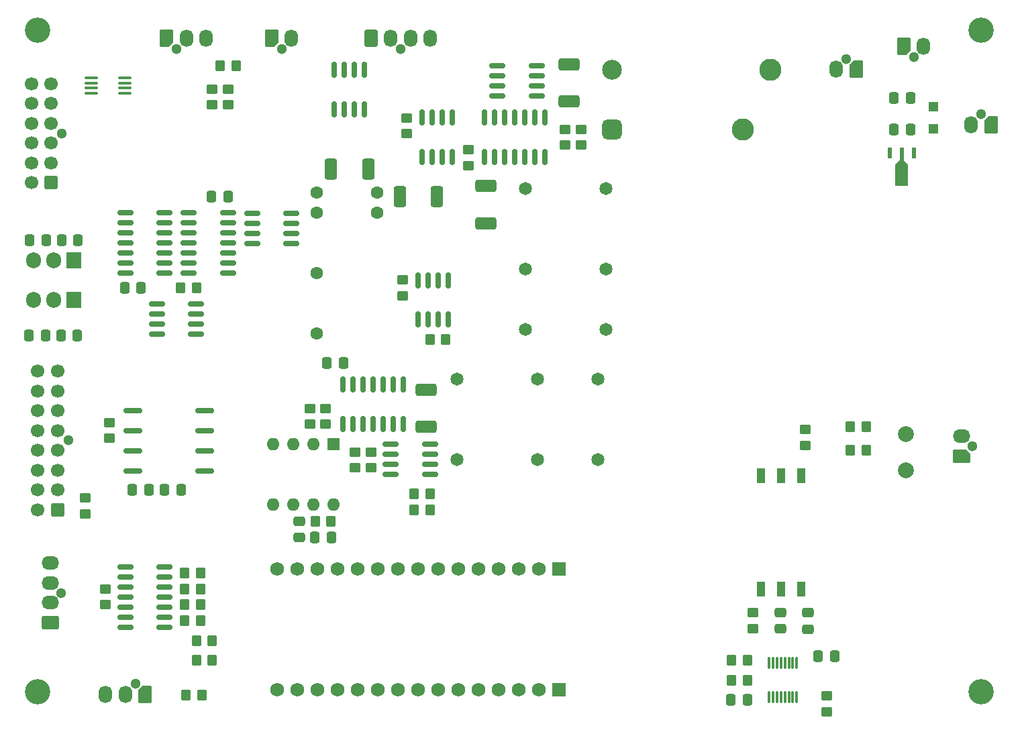
<source format=gbr>
%TF.GenerationSoftware,KiCad,Pcbnew,8.0.3*%
%TF.CreationDate,2025-04-13T18:48:38-07:00*%
%TF.ProjectId,Accumulator_Board,41636375-6d75-46c6-9174-6f725f426f61,4.2*%
%TF.SameCoordinates,Original*%
%TF.FileFunction,Soldermask,Top*%
%TF.FilePolarity,Negative*%
%FSLAX46Y46*%
G04 Gerber Fmt 4.6, Leading zero omitted, Abs format (unit mm)*
G04 Created by KiCad (PCBNEW 8.0.3) date 2025-04-13 18:48:38*
%MOMM*%
%LPD*%
G01*
G04 APERTURE LIST*
G04 Aperture macros list*
%AMRoundRect*
0 Rectangle with rounded corners*
0 $1 Rounding radius*
0 $2 $3 $4 $5 $6 $7 $8 $9 X,Y pos of 4 corners*
0 Add a 4 corners polygon primitive as box body*
4,1,4,$2,$3,$4,$5,$6,$7,$8,$9,$2,$3,0*
0 Add four circle primitives for the rounded corners*
1,1,$1+$1,$2,$3*
1,1,$1+$1,$4,$5*
1,1,$1+$1,$6,$7*
1,1,$1+$1,$8,$9*
0 Add four rect primitives between the rounded corners*
20,1,$1+$1,$2,$3,$4,$5,0*
20,1,$1+$1,$4,$5,$6,$7,0*
20,1,$1+$1,$6,$7,$8,$9,0*
20,1,$1+$1,$8,$9,$2,$3,0*%
%AMFreePoly0*
4,1,22,0.945671,0.830970,1.026777,0.776777,1.080970,0.695671,1.100000,0.600000,1.100000,-0.600000,1.080970,-0.695671,1.026777,-0.776777,0.945671,-0.830970,0.850000,-0.850000,-0.450000,-0.850000,-0.545671,-0.830970,-0.626777,-0.776777,-1.026777,-0.376777,-1.080970,-0.295671,-1.100000,-0.200000,-1.100000,0.600000,-1.080970,0.695671,-1.026777,0.776777,-0.945671,0.830970,-0.850000,0.850000,
0.850000,0.850000,0.945671,0.830970,0.945671,0.830970,$1*%
G04 Aperture macros list end*
%ADD10C,0.000000*%
%ADD11RoundRect,0.250000X0.350000X0.450000X-0.350000X0.450000X-0.350000X-0.450000X0.350000X-0.450000X0*%
%ADD12C,1.300000*%
%ADD13FreePoly0,270.000000*%
%ADD14O,1.700000X2.200000*%
%ADD15RoundRect,0.250000X0.450000X-0.350000X0.450000X0.350000X-0.450000X0.350000X-0.450000X-0.350000X0*%
%ADD16RoundRect,0.250000X-0.350000X-0.450000X0.350000X-0.450000X0.350000X0.450000X-0.350000X0.450000X0*%
%ADD17FreePoly0,90.000000*%
%ADD18RoundRect,0.250000X-0.337500X-0.475000X0.337500X-0.475000X0.337500X0.475000X-0.337500X0.475000X0*%
%ADD19RoundRect,0.150000X0.150000X-0.825000X0.150000X0.825000X-0.150000X0.825000X-0.150000X-0.825000X0*%
%ADD20R,1.600000X1.600000*%
%ADD21O,1.600000X1.600000*%
%ADD22C,3.200000*%
%ADD23C,1.608074*%
%ADD24RoundRect,0.249999X1.075001X-0.512501X1.075001X0.512501X-1.075001X0.512501X-1.075001X-0.512501X0*%
%ADD25R,1.905000X2.000000*%
%ADD26O,1.905000X2.000000*%
%ADD27FreePoly0,180.000000*%
%ADD28O,2.200000X1.700000*%
%ADD29RoundRect,0.162500X1.012500X0.162500X-1.012500X0.162500X-1.012500X-0.162500X1.012500X-0.162500X0*%
%ADD30RoundRect,0.625000X-0.625000X-0.625000X0.625000X-0.625000X0.625000X0.625000X-0.625000X0.625000X0*%
%ADD31C,2.800000*%
%ADD32C,2.500000*%
%ADD33RoundRect,0.250000X-0.475000X0.337500X-0.475000X-0.337500X0.475000X-0.337500X0.475000X0.337500X0*%
%ADD34RoundRect,0.150000X0.825000X0.150000X-0.825000X0.150000X-0.825000X-0.150000X0.825000X-0.150000X0*%
%ADD35RoundRect,0.100000X-0.712500X-0.100000X0.712500X-0.100000X0.712500X0.100000X-0.712500X0.100000X0*%
%ADD36RoundRect,0.250000X0.600000X0.600000X-0.600000X0.600000X-0.600000X-0.600000X0.600000X-0.600000X0*%
%ADD37C,1.700000*%
%ADD38RoundRect,0.250000X0.600000X-0.850000X0.600000X0.850000X-0.600000X0.850000X-0.600000X-0.850000X0*%
%ADD39RoundRect,0.150000X-0.825000X-0.150000X0.825000X-0.150000X0.825000X0.150000X-0.825000X0.150000X0*%
%ADD40RoundRect,0.250000X-0.450000X0.350000X-0.450000X-0.350000X0.450000X-0.350000X0.450000X0.350000X0*%
%ADD41RoundRect,0.249999X-1.075001X0.512501X-1.075001X-0.512501X1.075001X-0.512501X1.075001X0.512501X0*%
%ADD42C,2.000000*%
%ADD43RoundRect,0.249999X0.512501X1.075001X-0.512501X1.075001X-0.512501X-1.075001X0.512501X-1.075001X0*%
%ADD44RoundRect,0.075000X0.075000X-0.650000X0.075000X0.650000X-0.075000X0.650000X-0.075000X-0.650000X0*%
%ADD45R,0.533400X1.397000*%
%ADD46RoundRect,0.250000X0.337500X0.475000X-0.337500X0.475000X-0.337500X-0.475000X0.337500X-0.475000X0*%
%ADD47C,1.651000*%
%ADD48RoundRect,0.249999X-0.512501X-1.075001X0.512501X-1.075001X0.512501X1.075001X-0.512501X1.075001X0*%
%ADD49RoundRect,0.250000X0.850000X0.600000X-0.850000X0.600000X-0.850000X-0.600000X0.850000X-0.600000X0*%
%ADD50R,1.020000X1.890000*%
%ADD51RoundRect,0.150000X-0.150000X0.825000X-0.150000X-0.825000X0.150000X-0.825000X0.150000X0.825000X0*%
%ADD52R,1.200000X1.200000*%
%ADD53RoundRect,0.102000X-0.765000X0.765000X-0.765000X-0.765000X0.765000X-0.765000X0.765000X0.765000X0*%
%ADD54C,1.734000*%
G04 APERTURE END LIST*
D10*
%TO.C,U15*%
G36*
X132766700Y-38927100D02*
G01*
X133300100Y-39435100D01*
X133300100Y-42102100D01*
X131699900Y-42102100D01*
X131699900Y-39435100D01*
X132233300Y-38927100D01*
X132233300Y-38406400D01*
X132766700Y-38406400D01*
X132766700Y-38927100D01*
G37*
%TD*%
D11*
%TO.C,R24*%
X44180000Y-106426000D03*
X42180000Y-106426000D03*
%TD*%
D12*
%TO.C,J3*%
X35794000Y-104992000D03*
D13*
X37044000Y-106332000D03*
D14*
X34544000Y-106332000D03*
X32044000Y-106332000D03*
%TD*%
D15*
%TO.C,R10*%
X123000000Y-108500000D03*
X123000000Y-106500000D03*
%TD*%
D12*
%TO.C,J8*%
X125500000Y-26090000D03*
D13*
X126750000Y-27430000D03*
D14*
X124250000Y-27430000D03*
%TD*%
D16*
%TO.C,R36*%
X71000000Y-81000000D03*
X73000000Y-81000000D03*
%TD*%
D11*
%TO.C,R6*%
X44000000Y-93000000D03*
X42000000Y-93000000D03*
%TD*%
D12*
%TO.C,J1*%
X41000000Y-24840000D03*
D17*
X39750000Y-23500000D03*
D14*
X42250000Y-23500000D03*
X44750000Y-23500000D03*
%TD*%
D18*
%TO.C,C23*%
X131500000Y-35000000D03*
X133575000Y-35000000D03*
%TD*%
D15*
%TO.C,R29*%
X70000000Y-35557500D03*
X70000000Y-33557500D03*
%TD*%
D19*
%TO.C,Q1*%
X60845000Y-32450000D03*
X62115000Y-32450000D03*
X63385000Y-32450000D03*
X64655000Y-32450000D03*
X64655000Y-27500000D03*
X63385000Y-27500000D03*
X62115000Y-27500000D03*
X60845000Y-27500000D03*
%TD*%
D20*
%TO.C,U12*%
X60810000Y-74730000D03*
D21*
X58270000Y-74730000D03*
X55730000Y-74730000D03*
X53190000Y-74730000D03*
X53190000Y-82350000D03*
X55730000Y-82350000D03*
X58270000Y-82350000D03*
X60810000Y-82350000D03*
%TD*%
D22*
%TO.C,REF\u002A\u002A*%
X142500000Y-22500000D03*
%TD*%
D23*
%TO.C,K4*%
X58690000Y-42944001D03*
X58690000Y-45484001D03*
X58690000Y-53104001D03*
X58690000Y-60724001D03*
X66310000Y-45484001D03*
X66310000Y-42944001D03*
%TD*%
D24*
%TO.C,D2*%
X80000000Y-46837500D03*
X80000000Y-42162500D03*
%TD*%
D22*
%TO.C,REF\u002A\u002A*%
X142500000Y-106000000D03*
%TD*%
D25*
%TO.C,U9*%
X28000000Y-51500000D03*
D26*
X25460000Y-51500000D03*
X22920000Y-51500000D03*
%TD*%
D12*
%TO.C,J5*%
X141410000Y-75000000D03*
D27*
X140070000Y-76250000D03*
D28*
X140070000Y-73750000D03*
%TD*%
D29*
%TO.C,U1*%
X44525000Y-78120000D03*
X44525000Y-75580000D03*
X44525000Y-73040000D03*
X44525000Y-70500000D03*
X35475000Y-70500000D03*
X35475000Y-73040000D03*
X35475000Y-75580000D03*
X35475000Y-78120000D03*
%TD*%
D30*
%TO.C,K2*%
X95940000Y-35000000D03*
D31*
X112440000Y-35000000D03*
X115940000Y-27500000D03*
D32*
X95940000Y-27500000D03*
%TD*%
D33*
%TO.C,C7*%
X120675000Y-96000000D03*
X120675000Y-98075000D03*
%TD*%
D34*
%TO.C,CR3*%
X43475000Y-60810000D03*
X43475000Y-59540000D03*
X43475000Y-58270000D03*
X43475000Y-57000000D03*
X38525000Y-57000000D03*
X38525000Y-58270000D03*
X38525000Y-59540000D03*
X38525000Y-60810000D03*
%TD*%
D35*
%TO.C,U6*%
X30275000Y-28500000D03*
X30275000Y-29150000D03*
X30275000Y-29800000D03*
X30275000Y-30450000D03*
X34500000Y-30450000D03*
X34500000Y-29800000D03*
X34500000Y-29150000D03*
X34500000Y-28500000D03*
%TD*%
D11*
%TO.C,R30*%
X43500000Y-55000000D03*
X41500000Y-55000000D03*
%TD*%
D12*
%TO.C,J2*%
X26500000Y-35500000D03*
D36*
X25160000Y-41750000D03*
D37*
X25160000Y-39250000D03*
X25160000Y-36750000D03*
X25160000Y-34250000D03*
X25160000Y-31750000D03*
X25160000Y-29250000D03*
X22660000Y-41750000D03*
X22660000Y-39250000D03*
X22660000Y-36750000D03*
X22660000Y-34250000D03*
X22660000Y-31750000D03*
X22660000Y-29250000D03*
%TD*%
D11*
%TO.C,R32*%
X74960000Y-61500000D03*
X72960000Y-61500000D03*
%TD*%
D18*
%TO.C,C22*%
X59962500Y-64500000D03*
X62037500Y-64500000D03*
%TD*%
D11*
%TO.C,R12*%
X113000000Y-104500000D03*
X111000000Y-104500000D03*
%TD*%
D16*
%TO.C,R11*%
X111000000Y-102000000D03*
X113000000Y-102000000D03*
%TD*%
D12*
%TO.C,J7*%
X69250000Y-24885000D03*
D38*
X65500000Y-23545000D03*
D14*
X68000000Y-23545000D03*
X70500000Y-23545000D03*
X73000000Y-23545000D03*
%TD*%
D39*
%TO.C,U7*%
X42550000Y-45500000D03*
X42550000Y-46770000D03*
X42550000Y-48040000D03*
X42550000Y-49310000D03*
X42550000Y-50580000D03*
X42550000Y-51850000D03*
X42550000Y-53120000D03*
X47500000Y-53120000D03*
X47500000Y-51850000D03*
X47500000Y-50580000D03*
X47500000Y-49310000D03*
X47500000Y-48040000D03*
X47500000Y-46770000D03*
X47500000Y-45500000D03*
%TD*%
%TO.C,CR2*%
X50525000Y-45595000D03*
X50525000Y-46865000D03*
X50525000Y-48135000D03*
X50525000Y-49405000D03*
X55475000Y-49405000D03*
X55475000Y-48135000D03*
X55475000Y-46865000D03*
X55475000Y-45595000D03*
%TD*%
D40*
%TO.C,R17*%
X92000000Y-35000000D03*
X92000000Y-37000000D03*
%TD*%
D18*
%TO.C,C24*%
X131500000Y-31000000D03*
X133575000Y-31000000D03*
%TD*%
D41*
%TO.C,D4*%
X72500000Y-67892500D03*
X72500000Y-72567500D03*
%TD*%
D42*
%TO.C,TP1*%
X133000000Y-73500000D03*
%TD*%
D25*
%TO.C,U10*%
X28040000Y-56500000D03*
D26*
X25500000Y-56500000D03*
X22960000Y-56500000D03*
%TD*%
D40*
%TO.C,R13*%
X113675000Y-96000000D03*
X113675000Y-98000000D03*
%TD*%
D11*
%TO.C,R15*%
X128000000Y-72500000D03*
X126000000Y-72500000D03*
%TD*%
D33*
%TO.C,C17*%
X56500000Y-84425000D03*
X56500000Y-86500000D03*
%TD*%
D40*
%TO.C,R21*%
X47500000Y-29930000D03*
X47500000Y-31930000D03*
%TD*%
D12*
%TO.C,J11*%
X27340000Y-74250000D03*
D36*
X26000000Y-83000000D03*
D37*
X26000000Y-80500000D03*
X26000000Y-78000000D03*
X26000000Y-75500000D03*
X26000000Y-73000000D03*
X26000000Y-70500000D03*
X26000000Y-68000000D03*
X26000000Y-65500000D03*
X23500000Y-83000000D03*
X23500000Y-80500000D03*
X23500000Y-78000000D03*
X23500000Y-75500000D03*
X23500000Y-73000000D03*
X23500000Y-70500000D03*
X23500000Y-68000000D03*
X23500000Y-65500000D03*
%TD*%
D43*
%TO.C,D5*%
X65175000Y-40000000D03*
X60500000Y-40000000D03*
%TD*%
D44*
%TO.C,U8*%
X115750000Y-106650000D03*
X116250000Y-106650000D03*
X116750000Y-106650000D03*
X117250000Y-106650000D03*
X117750000Y-106650000D03*
X118250000Y-106650000D03*
X118750000Y-106650000D03*
X119250000Y-106650000D03*
X119250000Y-102350000D03*
X118750000Y-102350000D03*
X118250000Y-102350000D03*
X117750000Y-102350000D03*
X117250000Y-102350000D03*
X116750000Y-102350000D03*
X116250000Y-102350000D03*
X115750000Y-102350000D03*
%TD*%
D34*
%TO.C,U5*%
X39500000Y-97810000D03*
X39500000Y-96540000D03*
X39500000Y-95270000D03*
X39500000Y-94000000D03*
X39500000Y-92730000D03*
X39500000Y-91460000D03*
X39500000Y-90190000D03*
X34550000Y-90190000D03*
X34550000Y-91460000D03*
X34550000Y-92730000D03*
X34550000Y-94000000D03*
X34550000Y-95270000D03*
X34550000Y-96540000D03*
X34550000Y-97810000D03*
%TD*%
D40*
%TO.C,R14*%
X120305000Y-72875000D03*
X120305000Y-74875000D03*
%TD*%
D11*
%TO.C,R5*%
X44000000Y-97000000D03*
X42000000Y-97000000D03*
%TD*%
D45*
%TO.C,U15*%
X134000000Y-38000000D03*
X132500000Y-38000000D03*
X131000000Y-38000000D03*
%TD*%
D40*
%TO.C,R19*%
X63500000Y-75730000D03*
X63500000Y-77730000D03*
%TD*%
D18*
%TO.C,C14*%
X22462500Y-49000000D03*
X24537500Y-49000000D03*
%TD*%
D33*
%TO.C,C8*%
X117175000Y-95962500D03*
X117175000Y-98037500D03*
%TD*%
D46*
%TO.C,C20*%
X60537500Y-86500000D03*
X58462500Y-86500000D03*
%TD*%
%TO.C,C1*%
X37500000Y-80500000D03*
X35425000Y-80500000D03*
%TD*%
D39*
%TO.C,Q2*%
X81500000Y-27000000D03*
X81500000Y-28270000D03*
X81500000Y-29540000D03*
X81500000Y-30810000D03*
X86450000Y-30810000D03*
X86450000Y-29540000D03*
X86450000Y-28270000D03*
X86450000Y-27000000D03*
%TD*%
D24*
%TO.C,D7*%
X90500000Y-31500000D03*
X90500000Y-26825000D03*
%TD*%
D18*
%TO.C,C13*%
X22385000Y-61000000D03*
X24460000Y-61000000D03*
%TD*%
D15*
%TO.C,R27*%
X59810000Y-72205000D03*
X59810000Y-70205000D03*
%TD*%
D19*
%TO.C,CR5*%
X71460000Y-59000000D03*
X72730000Y-59000000D03*
X74000000Y-59000000D03*
X75270000Y-59000000D03*
X75270000Y-54050000D03*
X74000000Y-54050000D03*
X72730000Y-54050000D03*
X71460000Y-54050000D03*
%TD*%
D15*
%TO.C,R18*%
X90000000Y-37000000D03*
X90000000Y-35000000D03*
%TD*%
D47*
%TO.C,K1*%
X85000000Y-42500000D03*
X85000000Y-52660000D03*
X85000000Y-60280000D03*
X95160000Y-60280000D03*
X95160000Y-52660000D03*
X95160000Y-42500000D03*
%TD*%
D16*
%TO.C,R23*%
X58500000Y-84500000D03*
X60500000Y-84500000D03*
%TD*%
D15*
%TO.C,R20*%
X45500000Y-31930000D03*
X45500000Y-29930000D03*
%TD*%
D47*
%TO.C,K3*%
X76340000Y-76660000D03*
X86500000Y-76660000D03*
X94120000Y-76660000D03*
X94120000Y-66500000D03*
X86500000Y-66500000D03*
X76340000Y-66500000D03*
%TD*%
D39*
%TO.C,CR1*%
X68000000Y-74690000D03*
X68000000Y-75960000D03*
X68000000Y-77230000D03*
X68000000Y-78500000D03*
X72950000Y-78500000D03*
X72950000Y-77230000D03*
X72950000Y-75960000D03*
X72950000Y-74690000D03*
%TD*%
D22*
%TO.C,REF\u002A\u002A*%
X23500000Y-22500000D03*
%TD*%
D16*
%TO.C,R22*%
X46500000Y-27000000D03*
X48500000Y-27000000D03*
%TD*%
D11*
%TO.C,R16*%
X128000000Y-75500000D03*
X126000000Y-75500000D03*
%TD*%
D34*
%TO.C,U16*%
X39500000Y-53120000D03*
X39500000Y-51850000D03*
X39500000Y-50580000D03*
X39500000Y-49310000D03*
X39500000Y-48040000D03*
X39500000Y-46770000D03*
X39500000Y-45500000D03*
X34550000Y-45500000D03*
X34550000Y-46770000D03*
X34550000Y-48040000D03*
X34550000Y-49310000D03*
X34550000Y-50580000D03*
X34550000Y-51850000D03*
X34550000Y-53120000D03*
%TD*%
D11*
%TO.C,R3*%
X45500000Y-101950000D03*
X43500000Y-101950000D03*
%TD*%
D15*
%TO.C,R31*%
X65500000Y-77730000D03*
X65500000Y-75730000D03*
%TD*%
D40*
%TO.C,R26*%
X57810000Y-70205000D03*
X57810000Y-72205000D03*
%TD*%
D11*
%TO.C,R35*%
X73000000Y-83000000D03*
X71000000Y-83000000D03*
%TD*%
D46*
%TO.C,C10*%
X28575000Y-49000000D03*
X26500000Y-49000000D03*
%TD*%
D48*
%TO.C,D6*%
X69162500Y-43500000D03*
X73837500Y-43500000D03*
%TD*%
D42*
%TO.C,TP2*%
X133000000Y-78000000D03*
%TD*%
D40*
%TO.C,R28*%
X77835000Y-37557500D03*
X77835000Y-39557500D03*
%TD*%
%TO.C,R1*%
X32500000Y-72000000D03*
X32500000Y-74000000D03*
%TD*%
D46*
%TO.C,C5*%
X113000000Y-107000000D03*
X110925000Y-107000000D03*
%TD*%
D12*
%TO.C,J4*%
X26410000Y-93500000D03*
D49*
X25070000Y-97250000D03*
D28*
X25070000Y-94750000D03*
X25070000Y-92250000D03*
X25070000Y-89750000D03*
%TD*%
D18*
%TO.C,C6*%
X121962500Y-101500000D03*
X124037500Y-101500000D03*
%TD*%
D40*
%TO.C,R2*%
X29500000Y-81500000D03*
X29500000Y-83500000D03*
%TD*%
D12*
%TO.C,J9*%
X142500000Y-33090000D03*
D13*
X143750000Y-34430000D03*
D14*
X141250000Y-34430000D03*
%TD*%
D40*
%TO.C,R9*%
X32000000Y-93000000D03*
X32000000Y-95000000D03*
%TD*%
D12*
%TO.C,J6*%
X54250000Y-24840000D03*
D17*
X53000000Y-23500000D03*
D14*
X55500000Y-23500000D03*
%TD*%
D46*
%TO.C,C11*%
X28460000Y-61000000D03*
X26385000Y-61000000D03*
%TD*%
D19*
%TO.C,CR4*%
X72000000Y-38450000D03*
X73270000Y-38450000D03*
X74540000Y-38450000D03*
X75810000Y-38450000D03*
X75810000Y-33500000D03*
X74540000Y-33500000D03*
X73270000Y-33500000D03*
X72000000Y-33500000D03*
%TD*%
D18*
%TO.C,C18*%
X45425000Y-43500000D03*
X47500000Y-43500000D03*
%TD*%
D50*
%TO.C,L1*%
X119790000Y-78730000D03*
X117250000Y-78730000D03*
X114710000Y-78730000D03*
X114710000Y-93020000D03*
X117250000Y-93020000D03*
X119790000Y-93020000D03*
%TD*%
D15*
%TO.C,R33*%
X69500000Y-56000000D03*
X69500000Y-54000000D03*
%TD*%
D18*
%TO.C,C2*%
X39500000Y-80500000D03*
X41575000Y-80500000D03*
%TD*%
D16*
%TO.C,R7*%
X42000000Y-91000000D03*
X44000000Y-91000000D03*
%TD*%
D51*
%TO.C,U3*%
X87500000Y-33500000D03*
X86230000Y-33500000D03*
X84960000Y-33500000D03*
X83690000Y-33500000D03*
X82420000Y-33500000D03*
X81150000Y-33500000D03*
X79880000Y-33500000D03*
X79880000Y-38450000D03*
X81150000Y-38450000D03*
X82420000Y-38450000D03*
X83690000Y-38450000D03*
X84960000Y-38450000D03*
X86230000Y-38450000D03*
X87500000Y-38450000D03*
%TD*%
D46*
%TO.C,C9*%
X36537500Y-55000000D03*
X34462500Y-55000000D03*
%TD*%
D52*
%TO.C,D8*%
X136500000Y-32100000D03*
X136500000Y-34900000D03*
%TD*%
D53*
%TO.C,U2*%
X89280000Y-90500000D03*
D54*
X86740000Y-90500000D03*
X84200000Y-90500000D03*
X81660000Y-90500000D03*
X79120000Y-90500000D03*
X76580000Y-90500000D03*
X74040000Y-90500000D03*
X71500000Y-90500000D03*
X68960000Y-90500000D03*
X66420000Y-90500000D03*
X63880000Y-90500000D03*
X61340000Y-90500000D03*
X58800000Y-90500000D03*
X56260000Y-90500000D03*
X53720000Y-90500000D03*
D53*
X89280000Y-105740000D03*
D54*
X86740000Y-105740000D03*
X84200000Y-105740000D03*
X81660000Y-105740000D03*
X79120000Y-105740000D03*
X76580000Y-105740000D03*
X74040000Y-105740000D03*
X71500000Y-105740000D03*
X68960000Y-105740000D03*
X66420000Y-105740000D03*
X63880000Y-105740000D03*
X61340000Y-105740000D03*
X58800000Y-105740000D03*
X56260000Y-105740000D03*
X53720000Y-105740000D03*
%TD*%
D16*
%TO.C,R8*%
X42000000Y-95000000D03*
X44000000Y-95000000D03*
%TD*%
D12*
%TO.C,J10*%
X134000000Y-25840000D03*
D17*
X132750000Y-24500000D03*
D14*
X135250000Y-24500000D03*
%TD*%
D11*
%TO.C,R4*%
X45500000Y-99500000D03*
X43500000Y-99500000D03*
%TD*%
D19*
%TO.C,U4*%
X62000000Y-72180000D03*
X63270000Y-72180000D03*
X64540000Y-72180000D03*
X65810000Y-72180000D03*
X67080000Y-72180000D03*
X68350000Y-72180000D03*
X69620000Y-72180000D03*
X69620000Y-67230000D03*
X68350000Y-67230000D03*
X67080000Y-67230000D03*
X65810000Y-67230000D03*
X64540000Y-67230000D03*
X63270000Y-67230000D03*
X62000000Y-67230000D03*
%TD*%
D22*
%TO.C,REF\u002A\u002A*%
X23500000Y-106000000D03*
%TD*%
M02*

</source>
